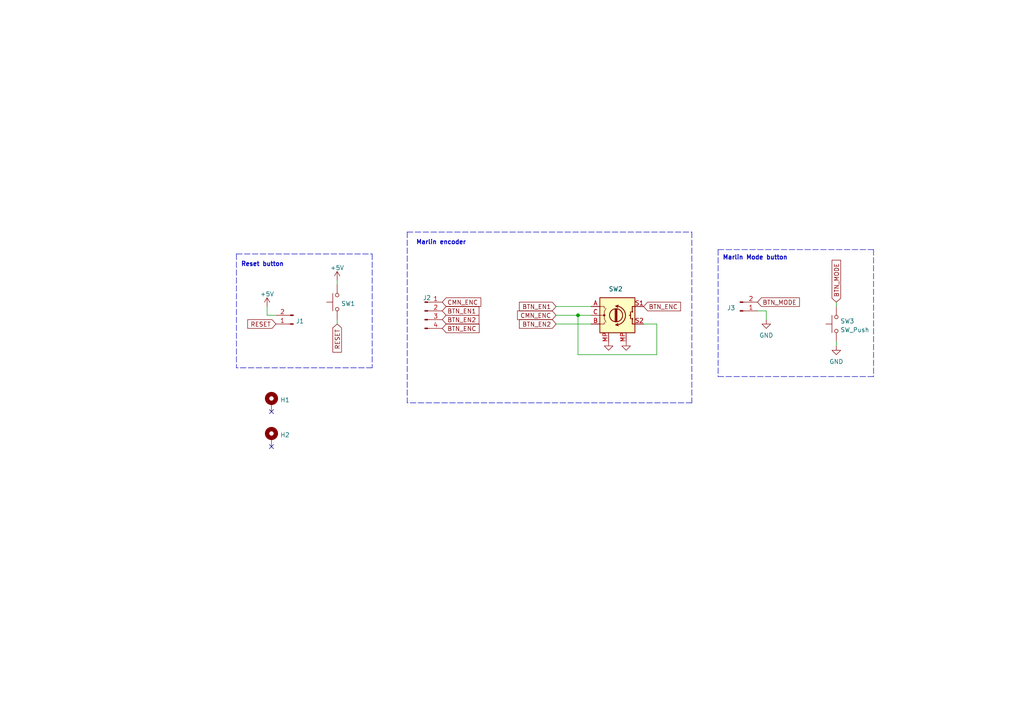
<source format=kicad_sch>
(kicad_sch (version 20211123) (generator eeschema)
  (paper "A4")
  (title_block (title "12864 Emulator for OctoPrint (MarlinEmu) : Control") (date "2022-02-28") (rev "1.0") (company "Yet Another Average Joe"))
  (lib_symbols
    (symbol "Connector:Conn_01x02_Male" (pin_names (offset 1.016) hide)
      (property "Reference" "J" (at 0 2.54 0))
      (property "Value" "Conn_01x02_Male" (at 0 -5.08 0))
      (symbol "Conn_01x02_Male_1_1"
        (polyline (pts (xy 1.27 -2.54) (xy 0.8636 -2.54)) (stroke (width 0.1524)))
        (polyline (pts (xy 1.27 0) (xy 0.8636 0)) (stroke (width 0.1524)))
        (rectangle (start 0.8636 -2.413) (end 0 -2.667) (stroke (width 0.1524)) (fill (type outline)))
        (rectangle (start 0.8636 0.127) (end 0 -0.127) (stroke (width 0.1524)) (fill (type outline)))
        (pin passive line (at 5.08 0 180) (length 3.81) (name "Pin_1") (number "1"))
        (pin passive line (at 5.08 -2.54 180) (length 3.81) (name "Pin_2") (number "2"))
      )
    )
    (symbol "Connector:Conn_01x04_Male" (pin_names (offset 1.016) hide)
      (property "Reference" "J" (at 0 5.08 0))
      (property "Value" "Conn_01x04_Male" (at 0 -7.62 0))
      (symbol "Conn_01x04_Male_1_1"
        (polyline (pts (xy 1.27 -5.08) (xy 0.8636 -5.08)) (stroke (width 0.1524)))
        (polyline (pts (xy 1.27 -2.54) (xy 0.8636 -2.54)) (stroke (width 0.1524)))
        (polyline (pts (xy 1.27 0) (xy 0.8636 0)) (stroke (width 0.1524)))
        (polyline (pts (xy 1.27 2.54) (xy 0.8636 2.54)) (stroke (width 0.1524)))
        (rectangle (start 0.8636 -4.953) (end 0 -5.207) (stroke (width 0.1524)) (fill (type outline)))
        (rectangle (start 0.8636 -2.413) (end 0 -2.667) (stroke (width 0.1524)) (fill (type outline)))
        (rectangle (start 0.8636 0.127) (end 0 -0.127) (stroke (width 0.1524)) (fill (type outline)))
        (rectangle (start 0.8636 2.667) (end 0 2.413) (stroke (width 0.1524)) (fill (type outline)))
        (pin passive line (at 5.08 2.54 180) (length 3.81) (name "Pin_1") (number "1"))
        (pin passive line (at 5.08 0 180) (length 3.81) (name "Pin_2") (number "2"))
        (pin passive line (at 5.08 -2.54 180) (length 3.81) (name "Pin_3") (number "3"))
        (pin passive line (at 5.08 -5.08 180) (length 3.81) (name "Pin_4") (number "4"))
      )
    )
    (symbol "Mechanical:MountingHole_Pad" (pin_numbers hide) (pin_names (offset 1.016) hide)
      (property "Reference" "H" (at 0 6.35 0))
      (property "Value" "MountingHole_Pad" (at 0 4.445 0))
      (symbol "MountingHole_Pad_0_1"
        (circle (center 0 1.27) (radius 1.27) (stroke (width 1.27)))
      )
      (symbol "MountingHole_Pad_1_1"
        (pin input line (at 0 -2.54 90) (length 2.54) (name "1") (number "1"))
      )
    )
    (symbol "Switch:SW_Push" (pin_numbers hide) (pin_names (offset 1.016) hide)
      (property "Reference" "SW" (at 1.27 2.54 0))
      (property "Value" "SW_Push" (at 0 -1.524 0))
      (symbol "SW_Push_0_1"
        (circle (center -2.032 0) (radius 0.508))
        (polyline (pts (xy 0 1.27) (xy 0 3.048)))
        (polyline (pts (xy 2.54 1.27) (xy -2.54 1.27)))
        (circle (center 2.032 0) (radius 0.508))
        (pin passive line (at -5.08 0 0) (length 2.54) (name "1") (number "1"))
        (pin passive line (at 5.08 0 180) (length 2.54) (name "2") (number "2"))
      )
    )
    (symbol "YAAJ_Misc:RotaryEncoder_Switch" (pin_names (offset 0.254) hide)
      (property "Reference" "SW" (at 0 9.144 0))
      (property "Value" "RotaryEncoder_Switch" (at 0 6.35 0))
      (symbol "RotaryEncoder_Switch_0_1"
        (rectangle (start -5.08 5.08) (end 5.08 -5.08) (stroke (width 0.254)) (fill (type background)))
        (circle (center -3.81 0) (radius 0.254) (fill (type outline)))
        (arc (start -0.381 -2.794) (mid 2.3622 -0.0635) (end -0.381 2.667) (stroke (width 0.254)))
        (circle (center -0.381 0) (radius 1.905) (stroke (width 0.254)))
        (polyline (pts (xy -0.635 -1.778) (xy -0.635 1.778)) (stroke (width 0.254)))
        (polyline (pts (xy -0.381 -1.778) (xy -0.381 1.778)) (stroke (width 0.254)))
        (polyline (pts (xy -0.127 1.778) (xy -0.127 -1.778)) (stroke (width 0.254)))
        (polyline (pts (xy 3.81 0) (xy 3.429 0)) (stroke (width 0.254)))
        (polyline (pts (xy 3.81 1.016) (xy 3.81 -1.016)) (stroke (width 0.254)))
        (polyline (pts (xy -5.08 -2.54) (xy -3.81 -2.54) (xy -3.81 -2.032)))
        (polyline (pts (xy -5.08 2.54) (xy -3.81 2.54) (xy -3.81 2.032)))
        (polyline (pts (xy 0.254 -3.048) (xy -0.508 -2.794) (xy 0.127 -2.413)) (stroke (width 0.254)))
        (polyline (pts (xy 0.254 2.921) (xy -0.508 2.667) (xy 0.127 2.286)) (stroke (width 0.254)))
        (polyline (pts (xy 5.08 -2.54) (xy 4.318 -2.54) (xy 4.318 -1.016)) (stroke (width 0.254)))
        (polyline (pts (xy 5.08 2.54) (xy 4.318 2.54) (xy 4.318 1.016)) (stroke (width 0.254)))
        (polyline (pts (xy -5.08 0) (xy -3.81 0) (xy -3.81 -1.016) (xy -3.302 -2.032)))
        (polyline (pts (xy -4.318 0) (xy -3.81 0) (xy -3.81 1.016) (xy -3.302 2.032)))
        (circle (center 4.318 -1.016) (radius 0.127) (stroke (width 0.254)))
        (circle (center 4.318 1.016) (radius 0.127) (stroke (width 0.254)))
      )
      (symbol "RotaryEncoder_Switch_1_1"
        (pin passive line (at -7.62 2.54 0) (length 2.54) (name "A") (number "A"))
        (pin passive line (at -7.62 -2.54 0) (length 2.54) (name "B") (number "B"))
        (pin passive line (at -7.62 0 0) (length 2.54) (name "C") (number "C"))
        (pin passive line (at -2.54 -7.62 90) (length 2.54) (name "MP") (number "MP"))
        (pin passive line (at 2.54 -7.62 90) (length 2.54) (name "MP") (number "MP"))
        (pin passive line (at 7.62 2.54 180) (length 2.54) (name "S1") (number "S1"))
        (pin passive line (at 7.62 -2.54 180) (length 2.54) (name "S2") (number "S2"))
      )
    )
    (symbol "power:+5V" (power) (pin_names (offset 0))
      (property "Value" "+5V" (at 0 3.556 0))
      (symbol "+5V_0_1"
        (polyline (pts (xy -0.762 1.27) (xy 0 2.54)))
        (polyline (pts (xy 0 0) (xy 0 2.54)))
        (polyline (pts (xy 0 2.54) (xy 0.762 1.27)))
      )
      (symbol "+5V_1_1"
        (pin power_in line (at 0 0 90) (length 0) hide (name "+5V") (number "1"))
      )
    )
    (symbol "power:GND" (power) (pin_names (offset 0))
      (property "Value" "GND" (at 0 -3.81 0))
      (symbol "GND_0_1"
        (polyline (pts (xy 0 0) (xy 0 -1.27) (xy 1.27 -1.27) (xy 0 -2.54) (xy -1.27 -1.27) (xy 0 -1.27)))
      )
      (symbol "GND_1_1"
        (pin power_in line (at 0 0 270) (length 0) hide (name "GND") (number "1"))
      )
    )
  )
  (junction (at 167.64 91.44))
  (no_connect (at 78.74 119.38))
  (no_connect (at 78.74 129.54))
  (wire (pts (xy 242.57 87.63) (xy 242.57 88.9)))
  (wire (pts (xy 161.29 93.98) (xy 171.45 93.98)))
  (wire (pts (xy 97.79 81.28) (xy 97.79 82.55)))
  (wire (pts (xy 167.64 91.44) (xy 171.45 91.44)))
  (wire (pts (xy 77.47 91.44) (xy 80.01 91.44)))
  (wire (pts (xy 77.47 88.9) (xy 77.47 91.44)))
  (polyline (pts (xy 68.58 73.66) (xy 68.58 106.68)))
  (polyline (pts (xy 68.58 73.66) (xy 107.95 73.66)))
  (polyline (pts (xy 107.95 73.66) (xy 107.95 106.68)))
  (polyline (pts (xy 107.95 106.68) (xy 68.58 106.68)))
  (wire (pts (xy 186.69 93.98) (xy 190.5 93.98)))
  (polyline (pts (xy 208.28 72.39) (xy 208.28 109.22)))
  (polyline (pts (xy 208.28 72.39) (xy 253.365 72.39)))
  (polyline (pts (xy 253.365 72.39) (xy 253.365 109.22)))
  (polyline (pts (xy 253.365 109.22) (xy 208.28 109.22)))
  (wire (pts (xy 190.5 102.87) (xy 167.64 102.87)))
  (wire (pts (xy 161.29 88.9) (xy 171.45 88.9)))
  (wire (pts (xy 97.79 92.71) (xy 97.79 93.98)))
  (polyline (pts (xy 118.11 67.31) (xy 118.11 116.84)))
  (polyline (pts (xy 118.11 67.31) (xy 200.66 67.31)))
  (polyline (pts (xy 200.66 67.31) (xy 200.66 116.84)))
  (polyline (pts (xy 200.66 116.84) (xy 118.11 116.84)))
  (wire (pts (xy 190.5 93.98) (xy 190.5 102.87)))
  (wire (pts (xy 161.29 91.44) (xy 167.64 91.44)))
  (wire (pts (xy 219.71 90.17) (xy 222.25 90.17)))
  (wire (pts (xy 242.57 99.06) (xy 242.57 100.33)))
  (wire (pts (xy 222.25 90.17) (xy 222.25 92.71)))
  (wire (pts (xy 167.64 102.87) (xy 167.64 91.44)))
  (text "Marlin Mode button" (at 209.55 75.565 0) (effects (font (size 1.27 1.27) bold) (justify left bottom)))
  (text "Reset button" (at 69.85 77.47 0) (effects (font (size 1.27 1.27) bold) (justify left bottom)))
  (text "Marlin encoder" (at 120.65 71.12 0) (effects (font (size 1.27 1.27) bold) (justify left bottom)))
  (global_label "BTN_EN1" (shape input) (at 161.29 88.9 180) (property "Intersheet References" "${INTERSHEET_REFS}" (effects hide)))
  (global_label "BTN_MODE" (shape input) (at 242.57 87.63 90) (property "Intersheet References" "${INTERSHEET_REFS}" (effects hide)))
  (global_label "BTN_ENC" (shape input) (at 128.27 95.25 0) (property "Intersheet References" "${INTERSHEET_REFS}" (effects hide)))
  (global_label "RESET" (shape input) (at 80.01 93.98 180) (property "Intersheet References" "${INTERSHEET_REFS}" (effects hide)))
  (global_label "BTN_ENC" (shape input) (at 186.69 88.9 0) (property "Intersheet References" "${INTERSHEET_REFS}" (effects hide)))
  (global_label "CMN_ENC" (shape input) (at 128.27 87.63 0) (property "Intersheet References" "${INTERSHEET_REFS}" (effects hide)))
  (global_label "BTN_EN2" (shape input) (at 128.27 92.71 0) (property "Intersheet References" "${INTERSHEET_REFS}" (effects hide)))
  (global_label "BTN_EN1" (shape input) (at 128.27 90.17 0) (property "Intersheet References" "${INTERSHEET_REFS}" (effects hide)))
  (global_label "CMN_ENC" (shape input) (at 161.29 91.44 180) (property "Intersheet References" "${INTERSHEET_REFS}" (effects hide)))
  (global_label "BTN_EN2" (shape input) (at 161.29 93.98 180) (property "Intersheet References" "${INTERSHEET_REFS}" (effects hide)))
  (global_label "BTN_MODE" (shape input) (at 219.71 87.63 0) (property "Intersheet References" "${INTERSHEET_REFS}" (effects hide)))
  (global_label "RESET" (shape input) (at 97.79 93.98 270) (property "Intersheet References" "${INTERSHEET_REFS}" (effects hide)))
  (symbol (lib_id "Connector:Conn_01x02_Male") (at 214.63 90.17 0) (mirror x) (unit 1)
    (property "Reference" "J3" (at 212.0519 89.3106 0))
    (property "Value" "Conn_01x02_Male" (effects hide))
    (property "Footprint" "YAAJ_Connectors:JST_KNOCKOFF_XH_B2B-XH-A_1x02_P2.54mm_Vertical" (effects hide))
  )
  (symbol (lib_id "Connector:Conn_01x02_Male") (at 85.09 93.98 180) (unit 1)
    (property "Reference" "J1" (at 85.8012 93.1438 0) (effects (justify right)))
    (property "Value" "Conn_01x02_Male" (effects hide))
    (property "Footprint" "YAAJ_Connectors:JST_KNOCKOFF_XH_B2B-XH-A_1x02_P2.54mm_Vertical" (effects hide))
  )
  (symbol (lib_id "Switch:SW_Push") (at 97.79 87.63 90) (unit 1)
    (property "Reference" "SW1" (at 98.933 88.0638 90) (effects (justify right)))
    (property "Value" "SW_Push" (effects hide))
    (property "Footprint" "YAAJ_Switches:SW_PUSH_6mm_H4.3mm_Orig_Center" (effects hide))
  )
  (symbol (lib_id "power:+5V") (at 77.47 88.9 0) (mirror y) (unit 1)
    (property "Reference" "#PWR0109" (effects hide))
    (property "Value" "+5V" (at 77.47 85.2954 0))
  )
  (symbol (lib_id "power:+5V") (at 97.79 81.28 0) (unit 1)
    (property "Reference" "#PWR04" (effects hide))
    (property "Value" "+5V" (at 97.79 77.6754 0))
  )
  (symbol (lib_id "Switch:SW_Push") (at 242.57 93.98 90) (unit 1)
    (property "Reference" "SW3" (at 243.713 93.1453 90) (effects (justify right)))
    (property "Value" "SW_Push" (at 243.713 95.6822 90) (effects (justify right)))
    (property "Footprint" "YAAJ_Switches:SW_PUSH_6mm_H4.3mm_Orig_Center" (effects hide))
  )
  (symbol (lib_id "Mechanical:MountingHole_Pad") (at 78.74 127 0) (unit 1) (in_bom no)
    (property "Reference" "H2" (at 81.28 126.1638 0) (effects (justify left)))
    (property "Value" "MountingHole" (effects hide))
    (property "Footprint" "MountingHole:MountingHole_3.2mm_M3_Pad_Via" (effects hide))
  )
  (symbol (lib_id "power:GND") (at 176.53 99.06 0) (unit 1)
    (property "Reference" "#PWR0101" (effects hide))
    (property "Value" "GND" (effects hide))
  )
  (symbol (lib_id "power:GND") (at 222.25 92.71 0) (mirror y) (unit 1)
    (property "Reference" "#PWR0110" (effects hide))
    (property "Value" "GND" (at 222.25 97.2726 0))
  )
  (symbol (lib_id "YAAJ_Misc:RotaryEncoder_Switch") (at 179.07 91.44 0) (unit 1)
    (property "Reference" "SW2" (at 176.53 83.82 0) (effects (justify left)))
    (property "Value" "RotaryEncoder_Switch" (effects hide))
    (property "Footprint" "YAAJ_Switches:RotaryEncoder_Alps_EC11E-Switch_Vertical_H20mm_CircularMountingHoles_Orig_Center" (effects hide))
  )
  (symbol (lib_id "power:GND") (at 242.57 100.33 0) (unit 1)
    (property "Reference" "#PWR03" (effects hide))
    (property "Value" "GND" (at 242.57 104.8926 0))
  )
  (symbol (lib_id "Mechanical:MountingHole_Pad") (at 78.74 116.84 0) (unit 1) (in_bom no)
    (property "Reference" "H1" (at 81.28 116.0038 0) (effects (justify left)))
    (property "Value" "MountingHole" (effects hide))
    (property "Footprint" "MountingHole:MountingHole_3.2mm_M3_Pad_Via" (effects hide))
  )
  (symbol (lib_id "Connector:Conn_01x04_Male") (at 123.19 90.17 0) (unit 1)
    (property "Reference" "J2" (at 123.825 86.391 0))
    (property "Value" "Conn_01x04_Male" (effects hide))
    (property "Footprint" "YAAJ_Connectors:JST_KNOCKOFF_XH_B4B-XH-A_1x04_P2.54mm_Vertical" (effects hide))
  )
  (symbol (lib_id "power:GND") (at 181.61 99.06 0) (unit 1)
    (property "Reference" "#PWR0102" (effects hide))
    (property "Value" "GND" (effects hide))
  )
)
</source>
